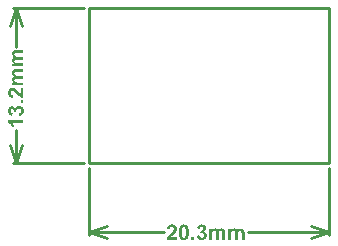
<source format=gm1>
G04 Layer_Color=16711935*
%FSLAX25Y25*%
%MOIN*%
G70*
G01*
G75*
%ADD12C,0.01000*%
G36*
X37760Y-20383D02*
X37810D01*
X37871Y-20394D01*
X37943Y-20400D01*
X38020Y-20416D01*
X38104Y-20433D01*
X38198Y-20461D01*
X38292Y-20489D01*
X38387Y-20527D01*
X38481Y-20572D01*
X38581Y-20627D01*
X38675Y-20688D01*
X38764Y-20761D01*
X38847Y-20844D01*
X38853Y-20849D01*
X38864Y-20860D01*
X38881Y-20883D01*
X38903Y-20910D01*
X38931Y-20944D01*
X38964Y-20988D01*
X38997Y-21038D01*
X39031Y-21093D01*
X39097Y-21216D01*
X39158Y-21360D01*
X39180Y-21438D01*
X39197Y-21521D01*
X39208Y-21604D01*
X39214Y-21693D01*
Y-21698D01*
Y-21721D01*
X39208Y-21759D01*
X39203Y-21804D01*
X39191Y-21859D01*
X39175Y-21926D01*
X39153Y-22004D01*
X39119Y-22081D01*
X39081Y-22165D01*
X39036Y-22253D01*
X38975Y-22342D01*
X38903Y-22431D01*
X38820Y-22520D01*
X38720Y-22609D01*
X38603Y-22692D01*
X38475Y-22770D01*
X38481D01*
X38498Y-22775D01*
X38520Y-22781D01*
X38548Y-22792D01*
X38587Y-22803D01*
X38631Y-22819D01*
X38725Y-22858D01*
X38842Y-22914D01*
X38958Y-22992D01*
X39069Y-23080D01*
X39125Y-23136D01*
X39175Y-23197D01*
X39180Y-23202D01*
X39186Y-23214D01*
X39197Y-23230D01*
X39219Y-23252D01*
X39236Y-23286D01*
X39258Y-23325D01*
X39286Y-23369D01*
X39308Y-23419D01*
X39358Y-23536D01*
X39402Y-23669D01*
X39430Y-23824D01*
X39436Y-23907D01*
X39441Y-23991D01*
Y-23996D01*
Y-24018D01*
X39436Y-24057D01*
Y-24102D01*
X39425Y-24163D01*
X39413Y-24229D01*
X39402Y-24301D01*
X39380Y-24385D01*
X39352Y-24473D01*
X39319Y-24568D01*
X39280Y-24662D01*
X39230Y-24757D01*
X39175Y-24856D01*
X39108Y-24951D01*
X39036Y-25045D01*
X38947Y-25139D01*
X38942Y-25145D01*
X38925Y-25162D01*
X38897Y-25184D01*
X38859Y-25212D01*
X38809Y-25250D01*
X38753Y-25289D01*
X38686Y-25334D01*
X38609Y-25372D01*
X38526Y-25417D01*
X38431Y-25461D01*
X38326Y-25500D01*
X38220Y-25539D01*
X38104Y-25567D01*
X37982Y-25589D01*
X37848Y-25606D01*
X37715Y-25611D01*
X37682D01*
X37649Y-25606D01*
X37599D01*
X37543Y-25600D01*
X37471Y-25589D01*
X37393Y-25578D01*
X37310Y-25561D01*
X37221Y-25539D01*
X37127Y-25511D01*
X37032Y-25484D01*
X36938Y-25445D01*
X36838Y-25395D01*
X36744Y-25345D01*
X36650Y-25284D01*
X36561Y-25212D01*
X36555Y-25206D01*
X36539Y-25195D01*
X36516Y-25173D01*
X36489Y-25139D01*
X36455Y-25101D01*
X36411Y-25051D01*
X36372Y-24995D01*
X36322Y-24928D01*
X36278Y-24856D01*
X36233Y-24779D01*
X36189Y-24695D01*
X36145Y-24601D01*
X36111Y-24501D01*
X36078Y-24396D01*
X36050Y-24279D01*
X36033Y-24163D01*
X36983Y-24046D01*
Y-24052D01*
Y-24063D01*
X36988Y-24079D01*
X36994Y-24107D01*
X37005Y-24174D01*
X37032Y-24251D01*
X37060Y-24346D01*
X37105Y-24435D01*
X37160Y-24529D01*
X37227Y-24607D01*
X37238Y-24612D01*
X37260Y-24634D01*
X37304Y-24668D01*
X37360Y-24701D01*
X37432Y-24734D01*
X37515Y-24768D01*
X37610Y-24790D01*
X37710Y-24795D01*
X37737D01*
X37760Y-24790D01*
X37815Y-24784D01*
X37887Y-24768D01*
X37971Y-24740D01*
X38054Y-24701D01*
X38142Y-24645D01*
X38226Y-24568D01*
X38237Y-24557D01*
X38259Y-24523D01*
X38292Y-24473D01*
X38331Y-24401D01*
X38370Y-24313D01*
X38403Y-24207D01*
X38426Y-24085D01*
X38437Y-23946D01*
Y-23941D01*
Y-23930D01*
Y-23913D01*
X38431Y-23885D01*
Y-23852D01*
X38426Y-23819D01*
X38414Y-23735D01*
X38387Y-23641D01*
X38353Y-23541D01*
X38304Y-23447D01*
X38237Y-23358D01*
X38226Y-23347D01*
X38204Y-23325D01*
X38159Y-23286D01*
X38104Y-23247D01*
X38032Y-23208D01*
X37948Y-23169D01*
X37854Y-23147D01*
X37749Y-23136D01*
X37715D01*
X37676Y-23141D01*
X37621Y-23147D01*
X37554Y-23153D01*
X37482Y-23169D01*
X37393Y-23186D01*
X37299Y-23214D01*
X37404Y-22414D01*
X37471D01*
X37504Y-22409D01*
X37543D01*
X37632Y-22398D01*
X37732Y-22381D01*
X37832Y-22348D01*
X37926Y-22303D01*
X38015Y-22248D01*
X38026Y-22237D01*
X38048Y-22215D01*
X38081Y-22176D01*
X38126Y-22120D01*
X38165Y-22048D01*
X38198Y-21965D01*
X38220Y-21870D01*
X38231Y-21759D01*
Y-21754D01*
Y-21748D01*
Y-21715D01*
X38226Y-21671D01*
X38215Y-21610D01*
X38192Y-21549D01*
X38165Y-21476D01*
X38126Y-21410D01*
X38076Y-21349D01*
X38070Y-21343D01*
X38048Y-21327D01*
X38015Y-21299D01*
X37965Y-21271D01*
X37904Y-21243D01*
X37837Y-21216D01*
X37754Y-21199D01*
X37660Y-21193D01*
X37615D01*
X37571Y-21204D01*
X37510Y-21216D01*
X37443Y-21238D01*
X37371Y-21265D01*
X37299Y-21310D01*
X37227Y-21371D01*
X37221Y-21376D01*
X37199Y-21404D01*
X37171Y-21443D01*
X37132Y-21499D01*
X37094Y-21571D01*
X37060Y-21654D01*
X37032Y-21759D01*
X37010Y-21876D01*
X36106Y-21726D01*
Y-21721D01*
X36111Y-21704D01*
X36117Y-21682D01*
X36122Y-21648D01*
X36133Y-21610D01*
X36145Y-21565D01*
X36178Y-21460D01*
X36217Y-21338D01*
X36267Y-21216D01*
X36322Y-21093D01*
X36389Y-20982D01*
Y-20977D01*
X36400Y-20971D01*
X36422Y-20938D01*
X36466Y-20883D01*
X36527Y-20821D01*
X36600Y-20749D01*
X36688Y-20677D01*
X36794Y-20605D01*
X36916Y-20538D01*
X36922D01*
X36933Y-20533D01*
X36949Y-20522D01*
X36977Y-20511D01*
X37010Y-20500D01*
X37049Y-20489D01*
X37094Y-20472D01*
X37143Y-20455D01*
X37255Y-20427D01*
X37388Y-20400D01*
X37532Y-20383D01*
X37687Y-20378D01*
X37721D01*
X37760Y-20383D01*
D02*
G37*
G36*
X44531Y-21726D02*
X44569Y-21732D01*
X44664Y-21743D01*
X44769Y-21759D01*
X44886Y-21793D01*
X45002Y-21832D01*
X45113Y-21887D01*
X45119D01*
X45124Y-21893D01*
X45158Y-21920D01*
X45208Y-21959D01*
X45274Y-22009D01*
X45341Y-22081D01*
X45413Y-22165D01*
X45480Y-22264D01*
X45535Y-22376D01*
X45541Y-22387D01*
X45546Y-22403D01*
X45552Y-22420D01*
X45557Y-22448D01*
X45568Y-22481D01*
X45579Y-22514D01*
X45591Y-22559D01*
X45596Y-22614D01*
X45607Y-22670D01*
X45618Y-22731D01*
X45624Y-22803D01*
X45630Y-22875D01*
X45635Y-22958D01*
X45641Y-23053D01*
Y-23147D01*
Y-25517D01*
X44658D01*
Y-23397D01*
Y-23391D01*
Y-23374D01*
Y-23347D01*
Y-23308D01*
X44653Y-23264D01*
Y-23214D01*
X44647Y-23097D01*
X44631Y-22980D01*
X44614Y-22858D01*
X44603Y-22808D01*
X44586Y-22759D01*
X44569Y-22714D01*
X44553Y-22681D01*
X44547Y-22670D01*
X44525Y-22648D01*
X44497Y-22614D01*
X44453Y-22575D01*
X44392Y-22536D01*
X44320Y-22503D01*
X44236Y-22481D01*
X44137Y-22470D01*
X44103D01*
X44064Y-22475D01*
X44009Y-22487D01*
X43953Y-22503D01*
X43887Y-22525D01*
X43820Y-22553D01*
X43748Y-22598D01*
X43742Y-22603D01*
X43720Y-22620D01*
X43687Y-22653D01*
X43648Y-22692D01*
X43604Y-22742D01*
X43559Y-22808D01*
X43521Y-22881D01*
X43487Y-22969D01*
X43482Y-22980D01*
Y-22997D01*
X43476Y-23014D01*
X43470Y-23042D01*
X43465Y-23075D01*
X43454Y-23108D01*
X43448Y-23153D01*
X43443Y-23202D01*
X43432Y-23264D01*
X43426Y-23325D01*
X43421Y-23391D01*
X43415Y-23469D01*
Y-23552D01*
X43409Y-23641D01*
Y-23735D01*
Y-25517D01*
X42427D01*
Y-23485D01*
Y-23480D01*
Y-23463D01*
Y-23436D01*
Y-23397D01*
Y-23352D01*
Y-23302D01*
X42422Y-23191D01*
X42416Y-23075D01*
X42405Y-22958D01*
X42399Y-22908D01*
X42388Y-22858D01*
X42383Y-22819D01*
X42372Y-22786D01*
Y-22781D01*
X42360Y-22759D01*
X42349Y-22731D01*
X42333Y-22697D01*
X42283Y-22620D01*
X42250Y-22581D01*
X42211Y-22548D01*
X42205Y-22542D01*
X42189Y-22536D01*
X42166Y-22525D01*
X42133Y-22509D01*
X42089Y-22492D01*
X42039Y-22481D01*
X41978Y-22475D01*
X41911Y-22470D01*
X41872D01*
X41828Y-22475D01*
X41772Y-22487D01*
X41711Y-22503D01*
X41645Y-22525D01*
X41572Y-22553D01*
X41500Y-22598D01*
X41495Y-22603D01*
X41473Y-22620D01*
X41439Y-22648D01*
X41400Y-22686D01*
X41361Y-22736D01*
X41317Y-22797D01*
X41278Y-22870D01*
X41245Y-22953D01*
X41239Y-22964D01*
Y-22975D01*
X41234Y-22997D01*
X41228Y-23019D01*
X41223Y-23053D01*
X41212Y-23091D01*
X41206Y-23130D01*
X41201Y-23180D01*
X41190Y-23236D01*
X41184Y-23302D01*
X41178Y-23369D01*
X41173Y-23447D01*
Y-23530D01*
X41167Y-23619D01*
Y-23713D01*
Y-25517D01*
X40185D01*
Y-21804D01*
X41090D01*
Y-22314D01*
X41095Y-22309D01*
X41112Y-22287D01*
X41140Y-22259D01*
X41178Y-22220D01*
X41223Y-22176D01*
X41278Y-22126D01*
X41345Y-22070D01*
X41417Y-22015D01*
X41495Y-21959D01*
X41583Y-21909D01*
X41678Y-21859D01*
X41778Y-21815D01*
X41889Y-21776D01*
X42000Y-21748D01*
X42122Y-21726D01*
X42244Y-21721D01*
X42305D01*
X42333Y-21726D01*
X42372D01*
X42455Y-21737D01*
X42549Y-21759D01*
X42655Y-21782D01*
X42760Y-21821D01*
X42860Y-21870D01*
X42866D01*
X42871Y-21876D01*
X42904Y-21898D01*
X42954Y-21932D01*
X43015Y-21982D01*
X43082Y-22042D01*
X43154Y-22120D01*
X43226Y-22209D01*
X43293Y-22314D01*
X43299Y-22309D01*
X43304Y-22303D01*
X43315Y-22287D01*
X43337Y-22264D01*
X43387Y-22215D01*
X43448Y-22148D01*
X43532Y-22076D01*
X43620Y-21998D01*
X43715Y-21932D01*
X43820Y-21870D01*
X43826D01*
X43831Y-21865D01*
X43848Y-21854D01*
X43870Y-21848D01*
X43926Y-21821D01*
X44003Y-21793D01*
X44092Y-21771D01*
X44198Y-21743D01*
X44309Y-21726D01*
X44425Y-21721D01*
X44492D01*
X44531Y-21726D01*
D02*
G37*
G36*
X50891D02*
X50930Y-21732D01*
X51024Y-21743D01*
X51130Y-21759D01*
X51246Y-21793D01*
X51363Y-21832D01*
X51474Y-21887D01*
X51479D01*
X51485Y-21893D01*
X51518Y-21920D01*
X51568Y-21959D01*
X51635Y-22009D01*
X51701Y-22081D01*
X51773Y-22165D01*
X51840Y-22264D01*
X51895Y-22376D01*
X51901Y-22387D01*
X51907Y-22403D01*
X51912Y-22420D01*
X51918Y-22448D01*
X51929Y-22481D01*
X51940Y-22514D01*
X51951Y-22559D01*
X51956Y-22614D01*
X51968Y-22670D01*
X51979Y-22731D01*
X51984Y-22803D01*
X51990Y-22875D01*
X51995Y-22958D01*
X52001Y-23053D01*
Y-23147D01*
Y-25517D01*
X51019D01*
Y-23397D01*
Y-23391D01*
Y-23374D01*
Y-23347D01*
Y-23308D01*
X51013Y-23264D01*
Y-23214D01*
X51007Y-23097D01*
X50991Y-22980D01*
X50974Y-22858D01*
X50963Y-22808D01*
X50946Y-22759D01*
X50930Y-22714D01*
X50913Y-22681D01*
X50907Y-22670D01*
X50885Y-22648D01*
X50858Y-22614D01*
X50813Y-22575D01*
X50752Y-22536D01*
X50680Y-22503D01*
X50597Y-22481D01*
X50497Y-22470D01*
X50463D01*
X50425Y-22475D01*
X50369Y-22487D01*
X50314Y-22503D01*
X50247Y-22525D01*
X50181Y-22553D01*
X50108Y-22598D01*
X50103Y-22603D01*
X50081Y-22620D01*
X50047Y-22653D01*
X50008Y-22692D01*
X49964Y-22742D01*
X49920Y-22808D01*
X49881Y-22881D01*
X49847Y-22969D01*
X49842Y-22980D01*
Y-22997D01*
X49836Y-23014D01*
X49831Y-23042D01*
X49825Y-23075D01*
X49814Y-23108D01*
X49809Y-23153D01*
X49803Y-23202D01*
X49792Y-23264D01*
X49786Y-23325D01*
X49781Y-23391D01*
X49775Y-23469D01*
Y-23552D01*
X49770Y-23641D01*
Y-23735D01*
Y-25517D01*
X48787D01*
Y-23485D01*
Y-23480D01*
Y-23463D01*
Y-23436D01*
Y-23397D01*
Y-23352D01*
Y-23302D01*
X48782Y-23191D01*
X48776Y-23075D01*
X48765Y-22958D01*
X48760Y-22908D01*
X48749Y-22858D01*
X48743Y-22819D01*
X48732Y-22786D01*
Y-22781D01*
X48721Y-22759D01*
X48710Y-22731D01*
X48693Y-22697D01*
X48643Y-22620D01*
X48610Y-22581D01*
X48571Y-22548D01*
X48565Y-22542D01*
X48549Y-22536D01*
X48527Y-22525D01*
X48493Y-22509D01*
X48449Y-22492D01*
X48399Y-22481D01*
X48338Y-22475D01*
X48271Y-22470D01*
X48232D01*
X48188Y-22475D01*
X48133Y-22487D01*
X48072Y-22503D01*
X48005Y-22525D01*
X47933Y-22553D01*
X47861Y-22598D01*
X47855Y-22603D01*
X47833Y-22620D01*
X47800Y-22648D01*
X47761Y-22686D01*
X47722Y-22736D01*
X47677Y-22797D01*
X47639Y-22870D01*
X47605Y-22953D01*
X47600Y-22964D01*
Y-22975D01*
X47594Y-22997D01*
X47589Y-23019D01*
X47583Y-23053D01*
X47572Y-23091D01*
X47566Y-23130D01*
X47561Y-23180D01*
X47550Y-23236D01*
X47544Y-23302D01*
X47539Y-23369D01*
X47533Y-23447D01*
Y-23530D01*
X47528Y-23619D01*
Y-23713D01*
Y-25517D01*
X46545D01*
Y-21804D01*
X47450D01*
Y-22314D01*
X47455Y-22309D01*
X47472Y-22287D01*
X47500Y-22259D01*
X47539Y-22220D01*
X47583Y-22176D01*
X47639Y-22126D01*
X47705Y-22070D01*
X47777Y-22015D01*
X47855Y-21959D01*
X47944Y-21909D01*
X48038Y-21859D01*
X48138Y-21815D01*
X48249Y-21776D01*
X48360Y-21748D01*
X48482Y-21726D01*
X48604Y-21721D01*
X48665D01*
X48693Y-21726D01*
X48732D01*
X48815Y-21737D01*
X48910Y-21759D01*
X49015Y-21782D01*
X49120Y-21821D01*
X49220Y-21870D01*
X49226D01*
X49231Y-21876D01*
X49265Y-21898D01*
X49315Y-21932D01*
X49376Y-21982D01*
X49442Y-22042D01*
X49514Y-22120D01*
X49587Y-22209D01*
X49653Y-22314D01*
X49659Y-22309D01*
X49664Y-22303D01*
X49675Y-22287D01*
X49698Y-22264D01*
X49748Y-22215D01*
X49809Y-22148D01*
X49892Y-22076D01*
X49981Y-21998D01*
X50075Y-21932D01*
X50181Y-21870D01*
X50186D01*
X50192Y-21865D01*
X50208Y-21854D01*
X50230Y-21848D01*
X50286Y-21821D01*
X50364Y-21793D01*
X50452Y-21771D01*
X50558Y-21743D01*
X50669Y-21726D01*
X50785Y-21721D01*
X50852D01*
X50891Y-21726D01*
D02*
G37*
G36*
X31832Y-20383D02*
X31882D01*
X31943Y-20394D01*
X32015Y-20405D01*
X32099Y-20422D01*
X32187Y-20444D01*
X32276Y-20472D01*
X32370Y-20505D01*
X32470Y-20550D01*
X32565Y-20599D01*
X32659Y-20661D01*
X32754Y-20733D01*
X32842Y-20816D01*
X32926Y-20910D01*
X32931Y-20916D01*
X32948Y-20938D01*
X32970Y-20977D01*
X33003Y-21032D01*
X33042Y-21099D01*
X33086Y-21188D01*
X33131Y-21288D01*
X33175Y-21410D01*
X33220Y-21543D01*
X33270Y-21698D01*
X33309Y-21870D01*
X33347Y-22059D01*
X33381Y-22264D01*
X33403Y-22492D01*
X33419Y-22736D01*
X33425Y-22997D01*
Y-23003D01*
Y-23014D01*
Y-23036D01*
Y-23058D01*
Y-23097D01*
X33419Y-23136D01*
Y-23180D01*
Y-23236D01*
X33408Y-23352D01*
X33397Y-23491D01*
X33381Y-23641D01*
X33364Y-23802D01*
X33336Y-23974D01*
X33303Y-24146D01*
X33259Y-24324D01*
X33214Y-24496D01*
X33153Y-24657D01*
X33086Y-24817D01*
X33009Y-24962D01*
X32920Y-25089D01*
X32914Y-25095D01*
X32903Y-25112D01*
X32876Y-25139D01*
X32842Y-25173D01*
X32803Y-25212D01*
X32748Y-25256D01*
X32687Y-25300D01*
X32620Y-25350D01*
X32543Y-25400D01*
X32454Y-25445D01*
X32359Y-25489D01*
X32254Y-25528D01*
X32143Y-25561D01*
X32021Y-25589D01*
X31893Y-25606D01*
X31760Y-25611D01*
X31727D01*
X31688Y-25606D01*
X31638Y-25600D01*
X31571Y-25594D01*
X31499Y-25583D01*
X31416Y-25561D01*
X31327Y-25539D01*
X31233Y-25511D01*
X31138Y-25472D01*
X31038Y-25422D01*
X30939Y-25372D01*
X30839Y-25306D01*
X30739Y-25228D01*
X30645Y-25139D01*
X30556Y-25039D01*
X30550Y-25034D01*
X30539Y-25012D01*
X30511Y-24979D01*
X30483Y-24928D01*
X30450Y-24862D01*
X30411Y-24779D01*
X30373Y-24679D01*
X30328Y-24568D01*
X30284Y-24435D01*
X30245Y-24285D01*
X30206Y-24118D01*
X30173Y-23930D01*
X30145Y-23724D01*
X30123Y-23497D01*
X30106Y-23252D01*
X30101Y-22986D01*
Y-22980D01*
Y-22969D01*
Y-22947D01*
Y-22925D01*
Y-22886D01*
X30106Y-22847D01*
Y-22803D01*
Y-22753D01*
X30117Y-22631D01*
X30128Y-22498D01*
X30145Y-22348D01*
X30162Y-22187D01*
X30189Y-22015D01*
X30223Y-21843D01*
X30261Y-21671D01*
X30312Y-21499D01*
X30367Y-21332D01*
X30434Y-21177D01*
X30511Y-21032D01*
X30600Y-20905D01*
X30606Y-20899D01*
X30622Y-20883D01*
X30645Y-20855D01*
X30678Y-20821D01*
X30722Y-20783D01*
X30772Y-20738D01*
X30833Y-20688D01*
X30900Y-20638D01*
X30977Y-20594D01*
X31066Y-20544D01*
X31161Y-20500D01*
X31266Y-20461D01*
X31377Y-20427D01*
X31499Y-20400D01*
X31627Y-20383D01*
X31760Y-20378D01*
X31793D01*
X31832Y-20383D01*
D02*
G37*
G36*
X27942D02*
X28003Y-20389D01*
X28075Y-20400D01*
X28158Y-20411D01*
X28247Y-20427D01*
X28341Y-20450D01*
X28436Y-20477D01*
X28536Y-20511D01*
X28635Y-20550D01*
X28730Y-20599D01*
X28824Y-20655D01*
X28918Y-20716D01*
X29002Y-20788D01*
X29007Y-20794D01*
X29018Y-20805D01*
X29041Y-20833D01*
X29068Y-20860D01*
X29102Y-20899D01*
X29140Y-20949D01*
X29179Y-21005D01*
X29224Y-21071D01*
X29263Y-21138D01*
X29301Y-21216D01*
X29340Y-21299D01*
X29373Y-21388D01*
X29401Y-21487D01*
X29423Y-21587D01*
X29435Y-21693D01*
X29440Y-21804D01*
Y-21809D01*
Y-21821D01*
Y-21837D01*
Y-21865D01*
X29435Y-21893D01*
Y-21932D01*
X29423Y-22015D01*
X29407Y-22120D01*
X29385Y-22231D01*
X29357Y-22348D01*
X29313Y-22464D01*
Y-22470D01*
X29307Y-22475D01*
X29301Y-22498D01*
X29290Y-22520D01*
X29274Y-22548D01*
X29257Y-22581D01*
X29218Y-22664D01*
X29163Y-22759D01*
X29096Y-22870D01*
X29013Y-22992D01*
X28918Y-23119D01*
X28907Y-23130D01*
X28885Y-23164D01*
X28835Y-23214D01*
X28774Y-23286D01*
X28730Y-23330D01*
X28685Y-23380D01*
X28630Y-23430D01*
X28574Y-23491D01*
X28508Y-23552D01*
X28436Y-23624D01*
X28358Y-23696D01*
X28275Y-23774D01*
X28269Y-23780D01*
X28252Y-23791D01*
X28230Y-23813D01*
X28203Y-23841D01*
X28164Y-23874D01*
X28119Y-23913D01*
X28025Y-24002D01*
X27925Y-24096D01*
X27831Y-24190D01*
X27786Y-24235D01*
X27747Y-24274D01*
X27714Y-24313D01*
X27686Y-24340D01*
X27681Y-24346D01*
X27664Y-24362D01*
X27642Y-24390D01*
X27614Y-24423D01*
X27586Y-24468D01*
X27553Y-24512D01*
X27487Y-24607D01*
X29440D01*
Y-25517D01*
X25999D01*
Y-25511D01*
X26005Y-25495D01*
Y-25467D01*
X26010Y-25428D01*
X26021Y-25384D01*
X26032Y-25328D01*
X26043Y-25267D01*
X26060Y-25201D01*
X26105Y-25051D01*
X26166Y-24884D01*
X26238Y-24712D01*
X26332Y-24540D01*
X26338Y-24534D01*
X26343Y-24518D01*
X26365Y-24490D01*
X26388Y-24457D01*
X26421Y-24412D01*
X26465Y-24351D01*
X26515Y-24290D01*
X26576Y-24213D01*
X26643Y-24129D01*
X26726Y-24040D01*
X26815Y-23935D01*
X26915Y-23830D01*
X27026Y-23713D01*
X27154Y-23585D01*
X27287Y-23452D01*
X27437Y-23313D01*
X27442Y-23308D01*
X27464Y-23286D01*
X27498Y-23252D01*
X27542Y-23214D01*
X27597Y-23164D01*
X27653Y-23108D01*
X27720Y-23042D01*
X27786Y-22975D01*
X27931Y-22836D01*
X28064Y-22697D01*
X28119Y-22636D01*
X28175Y-22575D01*
X28219Y-22520D01*
X28252Y-22475D01*
Y-22470D01*
X28264Y-22464D01*
X28269Y-22448D01*
X28286Y-22425D01*
X28319Y-22364D01*
X28358Y-22287D01*
X28391Y-22198D01*
X28425Y-22098D01*
X28447Y-21987D01*
X28458Y-21876D01*
Y-21870D01*
Y-21859D01*
Y-21843D01*
Y-21821D01*
X28447Y-21765D01*
X28436Y-21687D01*
X28413Y-21610D01*
X28386Y-21526D01*
X28341Y-21443D01*
X28280Y-21371D01*
X28275Y-21365D01*
X28247Y-21343D01*
X28208Y-21316D01*
X28152Y-21282D01*
X28080Y-21249D01*
X27997Y-21221D01*
X27903Y-21199D01*
X27792Y-21193D01*
X27742D01*
X27686Y-21204D01*
X27614Y-21216D01*
X27536Y-21238D01*
X27453Y-21271D01*
X27370Y-21321D01*
X27298Y-21382D01*
X27292Y-21393D01*
X27270Y-21415D01*
X27242Y-21460D01*
X27204Y-21526D01*
X27170Y-21610D01*
X27137Y-21715D01*
X27109Y-21843D01*
X27098Y-21915D01*
X27092Y-21993D01*
X26116Y-21898D01*
Y-21887D01*
X26121Y-21865D01*
X26127Y-21821D01*
X26138Y-21765D01*
X26149Y-21698D01*
X26166Y-21621D01*
X26188Y-21538D01*
X26216Y-21449D01*
X26249Y-21354D01*
X26288Y-21260D01*
X26332Y-21160D01*
X26382Y-21066D01*
X26438Y-20971D01*
X26504Y-20883D01*
X26576Y-20805D01*
X26660Y-20733D01*
X26665Y-20727D01*
X26682Y-20716D01*
X26709Y-20699D01*
X26743Y-20677D01*
X26787Y-20650D01*
X26843Y-20622D01*
X26904Y-20588D01*
X26976Y-20555D01*
X27059Y-20522D01*
X27142Y-20489D01*
X27237Y-20461D01*
X27342Y-20433D01*
X27448Y-20411D01*
X27564Y-20394D01*
X27686Y-20383D01*
X27814Y-20378D01*
X27886D01*
X27942Y-20383D01*
D02*
G37*
G36*
X35273Y-25517D02*
X34291D01*
Y-24534D01*
X35273D01*
Y-25517D01*
D02*
G37*
G36*
X-21683Y36774D02*
X-23892D01*
X-23936Y36769D01*
X-23986D01*
X-24103Y36763D01*
X-24219Y36746D01*
X-24342Y36730D01*
X-24392Y36719D01*
X-24442Y36702D01*
X-24486Y36685D01*
X-24519Y36669D01*
X-24530Y36663D01*
X-24553Y36641D01*
X-24586Y36613D01*
X-24625Y36569D01*
X-24664Y36508D01*
X-24697Y36436D01*
X-24719Y36353D01*
X-24730Y36253D01*
Y36241D01*
Y36219D01*
X-24725Y36180D01*
X-24713Y36125D01*
X-24697Y36069D01*
X-24675Y36003D01*
X-24647Y35936D01*
X-24602Y35864D01*
X-24597Y35859D01*
X-24580Y35836D01*
X-24547Y35803D01*
X-24508Y35764D01*
X-24458Y35720D01*
X-24392Y35675D01*
X-24319Y35636D01*
X-24231Y35603D01*
X-24219Y35598D01*
X-24203D01*
X-24186Y35592D01*
X-24159Y35587D01*
X-24125Y35581D01*
X-24092Y35570D01*
X-24047Y35564D01*
X-23998Y35559D01*
X-23936Y35548D01*
X-23875Y35542D01*
X-23809Y35537D01*
X-23731Y35531D01*
X-23648D01*
X-23559Y35526D01*
X-21683D01*
Y34543D01*
X-23898D01*
X-24009Y34538D01*
X-24125Y34532D01*
X-24242Y34521D01*
X-24292Y34515D01*
X-24342Y34504D01*
X-24381Y34499D01*
X-24414Y34488D01*
X-24419D01*
X-24442Y34477D01*
X-24469Y34466D01*
X-24503Y34449D01*
X-24580Y34399D01*
X-24619Y34366D01*
X-24652Y34327D01*
X-24658Y34321D01*
X-24664Y34304D01*
X-24675Y34282D01*
X-24691Y34249D01*
X-24708Y34205D01*
X-24719Y34155D01*
X-24725Y34094D01*
X-24730Y34027D01*
Y34016D01*
Y33988D01*
X-24725Y33944D01*
X-24713Y33888D01*
X-24697Y33827D01*
X-24675Y33761D01*
X-24647Y33689D01*
X-24602Y33616D01*
X-24597Y33611D01*
X-24580Y33589D01*
X-24553Y33555D01*
X-24514Y33516D01*
X-24464Y33478D01*
X-24403Y33433D01*
X-24330Y33394D01*
X-24247Y33361D01*
X-24236Y33356D01*
X-24225D01*
X-24203Y33350D01*
X-24181Y33344D01*
X-24147Y33339D01*
X-24108Y33328D01*
X-24070Y33322D01*
X-24020Y33317D01*
X-23964Y33305D01*
X-23898Y33300D01*
X-23831Y33294D01*
X-23753Y33289D01*
X-23670D01*
X-23581Y33283D01*
X-21683D01*
Y32301D01*
X-25396D01*
Y33206D01*
X-24885D01*
X-24891Y33211D01*
X-24913Y33228D01*
X-24941Y33256D01*
X-24980Y33294D01*
X-25024Y33339D01*
X-25074Y33394D01*
X-25130Y33461D01*
X-25185Y33533D01*
X-25241Y33611D01*
X-25291Y33700D01*
X-25341Y33794D01*
X-25385Y33894D01*
X-25424Y34005D01*
X-25452Y34116D01*
X-25474Y34238D01*
X-25479Y34360D01*
Y34366D01*
Y34377D01*
Y34393D01*
Y34421D01*
X-25474Y34449D01*
Y34488D01*
X-25463Y34571D01*
X-25440Y34665D01*
X-25418Y34771D01*
X-25379Y34876D01*
X-25330Y34976D01*
Y34982D01*
X-25324Y34987D01*
X-25302Y35021D01*
X-25269Y35070D01*
X-25218Y35131D01*
X-25157Y35198D01*
X-25080Y35270D01*
X-24991Y35342D01*
X-24885Y35409D01*
X-24891Y35414D01*
X-24897Y35420D01*
X-24913Y35431D01*
X-24936Y35453D01*
X-24985Y35503D01*
X-25052Y35564D01*
X-25124Y35648D01*
X-25202Y35736D01*
X-25269Y35831D01*
X-25330Y35936D01*
Y35942D01*
X-25335Y35947D01*
X-25346Y35964D01*
X-25352Y35986D01*
X-25379Y36042D01*
X-25407Y36119D01*
X-25429Y36208D01*
X-25457Y36314D01*
X-25474Y36425D01*
X-25479Y36541D01*
Y36547D01*
Y36558D01*
Y36580D01*
Y36608D01*
X-25474Y36647D01*
X-25468Y36685D01*
X-25457Y36780D01*
X-25440Y36885D01*
X-25407Y37002D01*
X-25368Y37118D01*
X-25313Y37229D01*
Y37235D01*
X-25307Y37240D01*
X-25280Y37274D01*
X-25241Y37324D01*
X-25191Y37390D01*
X-25119Y37457D01*
X-25035Y37529D01*
X-24936Y37596D01*
X-24825Y37651D01*
X-24813Y37657D01*
X-24797Y37662D01*
X-24780Y37668D01*
X-24752Y37673D01*
X-24719Y37685D01*
X-24686Y37696D01*
X-24641Y37707D01*
X-24586Y37712D01*
X-24530Y37723D01*
X-24469Y37734D01*
X-24397Y37740D01*
X-24325Y37745D01*
X-24242Y37751D01*
X-24147Y37757D01*
X-21683D01*
Y36774D01*
D02*
G37*
G36*
Y21700D02*
X-21689D01*
X-21705Y21706D01*
X-21733D01*
X-21772Y21712D01*
X-21816Y21723D01*
X-21872Y21734D01*
X-21933Y21745D01*
X-22000Y21761D01*
X-22149Y21806D01*
X-22316Y21867D01*
X-22488Y21939D01*
X-22660Y22034D01*
X-22666Y22039D01*
X-22682Y22045D01*
X-22710Y22067D01*
X-22743Y22089D01*
X-22788Y22122D01*
X-22849Y22167D01*
X-22910Y22217D01*
X-22987Y22278D01*
X-23071Y22344D01*
X-23159Y22427D01*
X-23265Y22516D01*
X-23370Y22616D01*
X-23487Y22727D01*
X-23615Y22855D01*
X-23748Y22988D01*
X-23887Y23138D01*
X-23892Y23144D01*
X-23914Y23166D01*
X-23948Y23199D01*
X-23986Y23243D01*
X-24036Y23299D01*
X-24092Y23354D01*
X-24159Y23421D01*
X-24225Y23488D01*
X-24364Y23632D01*
X-24503Y23765D01*
X-24564Y23821D01*
X-24625Y23876D01*
X-24680Y23921D01*
X-24725Y23954D01*
X-24730D01*
X-24736Y23965D01*
X-24752Y23970D01*
X-24775Y23987D01*
X-24836Y24020D01*
X-24913Y24059D01*
X-25002Y24092D01*
X-25102Y24126D01*
X-25213Y24148D01*
X-25324Y24159D01*
X-25379D01*
X-25435Y24148D01*
X-25513Y24137D01*
X-25590Y24115D01*
X-25674Y24087D01*
X-25757Y24043D01*
X-25829Y23981D01*
X-25835Y23976D01*
X-25857Y23948D01*
X-25885Y23909D01*
X-25918Y23854D01*
X-25951Y23782D01*
X-25979Y23698D01*
X-26001Y23604D01*
X-26007Y23493D01*
Y23488D01*
Y23482D01*
Y23465D01*
Y23443D01*
X-25995Y23388D01*
X-25984Y23315D01*
X-25962Y23238D01*
X-25929Y23155D01*
X-25879Y23071D01*
X-25818Y22999D01*
X-25807Y22994D01*
X-25785Y22971D01*
X-25740Y22944D01*
X-25674Y22905D01*
X-25590Y22872D01*
X-25485Y22838D01*
X-25357Y22810D01*
X-25285Y22799D01*
X-25207Y22794D01*
X-25302Y21817D01*
X-25313D01*
X-25335Y21823D01*
X-25379Y21828D01*
X-25435Y21839D01*
X-25502Y21850D01*
X-25579Y21867D01*
X-25662Y21889D01*
X-25751Y21917D01*
X-25846Y21950D01*
X-25940Y21989D01*
X-26040Y22034D01*
X-26134Y22083D01*
X-26229Y22139D01*
X-26317Y22206D01*
X-26395Y22278D01*
X-26467Y22361D01*
X-26473Y22366D01*
X-26484Y22383D01*
X-26501Y22411D01*
X-26523Y22444D01*
X-26550Y22489D01*
X-26578Y22544D01*
X-26612Y22605D01*
X-26645Y22677D01*
X-26678Y22761D01*
X-26711Y22844D01*
X-26739Y22938D01*
X-26767Y23044D01*
X-26789Y23149D01*
X-26806Y23266D01*
X-26817Y23388D01*
X-26823Y23515D01*
Y23526D01*
Y23549D01*
Y23587D01*
X-26817Y23643D01*
X-26811Y23704D01*
X-26800Y23776D01*
X-26789Y23859D01*
X-26772Y23948D01*
X-26750Y24043D01*
X-26723Y24137D01*
X-26689Y24237D01*
X-26650Y24337D01*
X-26601Y24431D01*
X-26545Y24525D01*
X-26484Y24620D01*
X-26412Y24703D01*
X-26406Y24709D01*
X-26395Y24720D01*
X-26367Y24742D01*
X-26340Y24770D01*
X-26301Y24803D01*
X-26251Y24842D01*
X-26195Y24881D01*
X-26129Y24925D01*
X-26062Y24964D01*
X-25984Y25003D01*
X-25901Y25042D01*
X-25812Y25075D01*
X-25712Y25103D01*
X-25613Y25125D01*
X-25507Y25136D01*
X-25396Y25142D01*
X-25335D01*
X-25307Y25136D01*
X-25269D01*
X-25185Y25125D01*
X-25080Y25108D01*
X-24969Y25086D01*
X-24852Y25058D01*
X-24736Y25014D01*
X-24730D01*
X-24725Y25008D01*
X-24702Y25003D01*
X-24680Y24992D01*
X-24652Y24975D01*
X-24619Y24958D01*
X-24536Y24919D01*
X-24442Y24864D01*
X-24330Y24797D01*
X-24208Y24714D01*
X-24081Y24620D01*
X-24070Y24609D01*
X-24036Y24587D01*
X-23986Y24536D01*
X-23914Y24475D01*
X-23870Y24431D01*
X-23820Y24387D01*
X-23770Y24331D01*
X-23709Y24276D01*
X-23648Y24209D01*
X-23576Y24137D01*
X-23504Y24059D01*
X-23426Y23976D01*
X-23420Y23970D01*
X-23409Y23954D01*
X-23387Y23932D01*
X-23359Y23904D01*
X-23326Y23865D01*
X-23287Y23821D01*
X-23198Y23726D01*
X-23104Y23626D01*
X-23010Y23532D01*
X-22965Y23488D01*
X-22926Y23449D01*
X-22887Y23415D01*
X-22860Y23388D01*
X-22854Y23382D01*
X-22838Y23366D01*
X-22810Y23343D01*
X-22776Y23315D01*
X-22732Y23288D01*
X-22688Y23255D01*
X-22593Y23188D01*
Y25142D01*
X-21683D01*
Y21700D01*
D02*
G37*
G36*
Y30414D02*
X-23892D01*
X-23936Y30408D01*
X-23986D01*
X-24103Y30403D01*
X-24219Y30386D01*
X-24342Y30370D01*
X-24392Y30358D01*
X-24442Y30342D01*
X-24486Y30325D01*
X-24519Y30308D01*
X-24530Y30303D01*
X-24553Y30281D01*
X-24586Y30253D01*
X-24625Y30209D01*
X-24664Y30148D01*
X-24697Y30075D01*
X-24719Y29992D01*
X-24730Y29892D01*
Y29881D01*
Y29859D01*
X-24725Y29820D01*
X-24713Y29765D01*
X-24697Y29709D01*
X-24675Y29643D01*
X-24647Y29576D01*
X-24602Y29504D01*
X-24597Y29498D01*
X-24580Y29476D01*
X-24547Y29443D01*
X-24508Y29404D01*
X-24458Y29359D01*
X-24392Y29315D01*
X-24319Y29276D01*
X-24231Y29243D01*
X-24219Y29237D01*
X-24203D01*
X-24186Y29232D01*
X-24159Y29226D01*
X-24125Y29221D01*
X-24092Y29210D01*
X-24047Y29204D01*
X-23998Y29199D01*
X-23936Y29187D01*
X-23875Y29182D01*
X-23809Y29176D01*
X-23731Y29171D01*
X-23648D01*
X-23559Y29165D01*
X-21683D01*
Y28183D01*
X-23898D01*
X-24009Y28177D01*
X-24125Y28172D01*
X-24242Y28161D01*
X-24292Y28155D01*
X-24342Y28144D01*
X-24381Y28139D01*
X-24414Y28127D01*
X-24419D01*
X-24442Y28116D01*
X-24469Y28105D01*
X-24503Y28089D01*
X-24580Y28039D01*
X-24619Y28005D01*
X-24652Y27966D01*
X-24658Y27961D01*
X-24664Y27944D01*
X-24675Y27922D01*
X-24691Y27889D01*
X-24708Y27844D01*
X-24719Y27794D01*
X-24725Y27733D01*
X-24730Y27667D01*
Y27656D01*
Y27628D01*
X-24725Y27584D01*
X-24713Y27528D01*
X-24697Y27467D01*
X-24675Y27400D01*
X-24647Y27328D01*
X-24602Y27256D01*
X-24597Y27250D01*
X-24580Y27228D01*
X-24553Y27195D01*
X-24514Y27156D01*
X-24464Y27117D01*
X-24403Y27073D01*
X-24330Y27034D01*
X-24247Y27001D01*
X-24236Y26995D01*
X-24225D01*
X-24203Y26990D01*
X-24181Y26984D01*
X-24147Y26978D01*
X-24108Y26967D01*
X-24070Y26962D01*
X-24020Y26956D01*
X-23964Y26945D01*
X-23898Y26940D01*
X-23831Y26934D01*
X-23753Y26929D01*
X-23670D01*
X-23581Y26923D01*
X-21683D01*
Y25941D01*
X-25396D01*
Y26845D01*
X-24885D01*
X-24891Y26851D01*
X-24913Y26867D01*
X-24941Y26895D01*
X-24980Y26934D01*
X-25024Y26978D01*
X-25074Y27034D01*
X-25130Y27101D01*
X-25185Y27173D01*
X-25241Y27250D01*
X-25291Y27339D01*
X-25341Y27434D01*
X-25385Y27534D01*
X-25424Y27645D01*
X-25452Y27755D01*
X-25474Y27878D01*
X-25479Y28000D01*
Y28005D01*
Y28016D01*
Y28033D01*
Y28061D01*
X-25474Y28089D01*
Y28127D01*
X-25463Y28211D01*
X-25440Y28305D01*
X-25418Y28410D01*
X-25379Y28516D01*
X-25330Y28616D01*
Y28621D01*
X-25324Y28627D01*
X-25302Y28660D01*
X-25269Y28710D01*
X-25218Y28771D01*
X-25157Y28838D01*
X-25080Y28910D01*
X-24991Y28982D01*
X-24885Y29049D01*
X-24891Y29054D01*
X-24897Y29060D01*
X-24913Y29071D01*
X-24936Y29093D01*
X-24985Y29143D01*
X-25052Y29204D01*
X-25124Y29287D01*
X-25202Y29376D01*
X-25269Y29471D01*
X-25330Y29576D01*
Y29581D01*
X-25335Y29587D01*
X-25346Y29604D01*
X-25352Y29626D01*
X-25379Y29681D01*
X-25407Y29759D01*
X-25429Y29848D01*
X-25457Y29953D01*
X-25474Y30064D01*
X-25479Y30181D01*
Y30186D01*
Y30198D01*
Y30220D01*
Y30248D01*
X-25474Y30286D01*
X-25468Y30325D01*
X-25457Y30419D01*
X-25440Y30525D01*
X-25407Y30641D01*
X-25368Y30758D01*
X-25313Y30869D01*
Y30875D01*
X-25307Y30880D01*
X-25280Y30913D01*
X-25241Y30963D01*
X-25191Y31030D01*
X-25119Y31097D01*
X-25035Y31169D01*
X-24936Y31235D01*
X-24825Y31291D01*
X-24813Y31296D01*
X-24797Y31302D01*
X-24780Y31308D01*
X-24752Y31313D01*
X-24719Y31324D01*
X-24686Y31335D01*
X-24641Y31346D01*
X-24586Y31352D01*
X-24530Y31363D01*
X-24469Y31374D01*
X-24397Y31380D01*
X-24325Y31385D01*
X-24242Y31391D01*
X-24147Y31396D01*
X-21683D01*
Y30414D01*
D02*
G37*
G36*
Y13409D02*
X-25374D01*
X-25368Y13403D01*
X-25352Y13387D01*
X-25324Y13353D01*
X-25291Y13314D01*
X-25252Y13264D01*
X-25202Y13198D01*
X-25146Y13131D01*
X-25091Y13048D01*
X-25030Y12959D01*
X-24969Y12865D01*
X-24908Y12759D01*
X-24847Y12648D01*
X-24786Y12532D01*
X-24730Y12404D01*
X-24680Y12277D01*
X-24630Y12143D01*
X-25524D01*
Y12149D01*
X-25529Y12160D01*
X-25535Y12182D01*
X-25546Y12210D01*
X-25563Y12249D01*
X-25579Y12288D01*
X-25602Y12338D01*
X-25629Y12393D01*
X-25690Y12515D01*
X-25774Y12654D01*
X-25873Y12809D01*
X-25995Y12976D01*
X-26001Y12981D01*
X-26012Y12998D01*
X-26029Y13020D01*
X-26057Y13048D01*
X-26090Y13087D01*
X-26134Y13126D01*
X-26179Y13170D01*
X-26234Y13220D01*
X-26356Y13326D01*
X-26495Y13425D01*
X-26650Y13520D01*
X-26734Y13559D01*
X-26823Y13592D01*
Y14391D01*
X-21683D01*
Y13409D01*
D02*
G37*
G36*
X-23143Y19225D02*
X-23098D01*
X-23037Y19214D01*
X-22971Y19203D01*
X-22899Y19192D01*
X-22815Y19170D01*
X-22727Y19142D01*
X-22632Y19109D01*
X-22538Y19070D01*
X-22444Y19020D01*
X-22344Y18964D01*
X-22249Y18898D01*
X-22155Y18826D01*
X-22061Y18737D01*
X-22055Y18731D01*
X-22038Y18715D01*
X-22016Y18687D01*
X-21988Y18648D01*
X-21950Y18598D01*
X-21911Y18542D01*
X-21866Y18476D01*
X-21827Y18398D01*
X-21783Y18315D01*
X-21739Y18221D01*
X-21700Y18115D01*
X-21661Y18010D01*
X-21633Y17893D01*
X-21611Y17771D01*
X-21594Y17638D01*
X-21589Y17505D01*
Y17499D01*
Y17471D01*
X-21594Y17438D01*
Y17388D01*
X-21600Y17333D01*
X-21611Y17260D01*
X-21622Y17183D01*
X-21639Y17099D01*
X-21661Y17011D01*
X-21689Y16916D01*
X-21716Y16822D01*
X-21755Y16728D01*
X-21805Y16628D01*
X-21855Y16533D01*
X-21916Y16439D01*
X-21988Y16350D01*
X-21994Y16345D01*
X-22005Y16328D01*
X-22027Y16306D01*
X-22061Y16278D01*
X-22099Y16245D01*
X-22149Y16200D01*
X-22205Y16162D01*
X-22272Y16112D01*
X-22344Y16067D01*
X-22421Y16023D01*
X-22505Y15978D01*
X-22599Y15934D01*
X-22699Y15901D01*
X-22804Y15867D01*
X-22921Y15840D01*
X-23037Y15823D01*
X-23154Y16772D01*
X-23137D01*
X-23121Y16778D01*
X-23093Y16783D01*
X-23026Y16794D01*
X-22949Y16822D01*
X-22854Y16850D01*
X-22765Y16894D01*
X-22671Y16950D01*
X-22593Y17016D01*
X-22588Y17027D01*
X-22566Y17050D01*
X-22532Y17094D01*
X-22499Y17150D01*
X-22466Y17222D01*
X-22432Y17305D01*
X-22410Y17399D01*
X-22405Y17499D01*
Y17505D01*
Y17510D01*
Y17527D01*
X-22410Y17549D01*
X-22416Y17605D01*
X-22432Y17677D01*
X-22460Y17760D01*
X-22499Y17843D01*
X-22555Y17932D01*
X-22632Y18015D01*
X-22643Y18026D01*
X-22677Y18049D01*
X-22727Y18082D01*
X-22799Y18121D01*
X-22887Y18160D01*
X-22993Y18193D01*
X-23115Y18215D01*
X-23254Y18226D01*
X-23287D01*
X-23315Y18221D01*
X-23348D01*
X-23381Y18215D01*
X-23465Y18204D01*
X-23559Y18176D01*
X-23659Y18143D01*
X-23753Y18093D01*
X-23842Y18026D01*
X-23853Y18015D01*
X-23875Y17993D01*
X-23914Y17949D01*
X-23953Y17893D01*
X-23992Y17821D01*
X-24031Y17738D01*
X-24053Y17643D01*
X-24064Y17538D01*
Y17527D01*
Y17505D01*
X-24059Y17466D01*
X-24053Y17410D01*
X-24047Y17344D01*
X-24031Y17272D01*
X-24014Y17183D01*
X-23986Y17088D01*
X-24786Y17194D01*
Y17199D01*
Y17210D01*
Y17233D01*
Y17260D01*
X-24791Y17294D01*
Y17333D01*
X-24802Y17421D01*
X-24819Y17521D01*
X-24852Y17621D01*
X-24897Y17716D01*
X-24952Y17804D01*
X-24963Y17816D01*
X-24985Y17838D01*
X-25024Y17871D01*
X-25080Y17915D01*
X-25152Y17954D01*
X-25235Y17988D01*
X-25330Y18010D01*
X-25440Y18021D01*
X-25485D01*
X-25529Y18015D01*
X-25590Y18004D01*
X-25651Y17982D01*
X-25724Y17954D01*
X-25790Y17915D01*
X-25851Y17865D01*
X-25857Y17860D01*
X-25873Y17838D01*
X-25901Y17804D01*
X-25929Y17754D01*
X-25957Y17693D01*
X-25984Y17627D01*
X-26001Y17544D01*
X-26007Y17449D01*
Y17438D01*
Y17405D01*
X-25995Y17360D01*
X-25984Y17299D01*
X-25962Y17233D01*
X-25934Y17161D01*
X-25890Y17088D01*
X-25829Y17016D01*
X-25824Y17011D01*
X-25796Y16988D01*
X-25757Y16961D01*
X-25701Y16922D01*
X-25629Y16883D01*
X-25546Y16850D01*
X-25440Y16822D01*
X-25324Y16800D01*
X-25474Y15895D01*
X-25479D01*
X-25496Y15901D01*
X-25518Y15906D01*
X-25552Y15912D01*
X-25590Y15923D01*
X-25635Y15934D01*
X-25740Y15967D01*
X-25862Y16006D01*
X-25984Y16056D01*
X-26107Y16112D01*
X-26217Y16178D01*
X-26223D01*
X-26229Y16189D01*
X-26262Y16211D01*
X-26317Y16256D01*
X-26379Y16317D01*
X-26451Y16389D01*
X-26523Y16478D01*
X-26595Y16583D01*
X-26662Y16705D01*
Y16711D01*
X-26667Y16722D01*
X-26678Y16739D01*
X-26689Y16767D01*
X-26700Y16800D01*
X-26711Y16839D01*
X-26728Y16883D01*
X-26745Y16933D01*
X-26772Y17044D01*
X-26800Y17177D01*
X-26817Y17322D01*
X-26823Y17477D01*
Y17488D01*
Y17510D01*
X-26817Y17549D01*
Y17599D01*
X-26806Y17660D01*
X-26800Y17732D01*
X-26784Y17810D01*
X-26767Y17893D01*
X-26739Y17988D01*
X-26711Y18082D01*
X-26673Y18176D01*
X-26628Y18271D01*
X-26573Y18371D01*
X-26512Y18465D01*
X-26439Y18554D01*
X-26356Y18637D01*
X-26351Y18642D01*
X-26340Y18654D01*
X-26317Y18670D01*
X-26290Y18692D01*
X-26256Y18720D01*
X-26212Y18753D01*
X-26162Y18787D01*
X-26107Y18820D01*
X-25984Y18887D01*
X-25840Y18948D01*
X-25762Y18970D01*
X-25679Y18986D01*
X-25596Y18998D01*
X-25507Y19003D01*
X-25479D01*
X-25440Y18998D01*
X-25396Y18992D01*
X-25341Y18981D01*
X-25274Y18964D01*
X-25196Y18942D01*
X-25119Y18909D01*
X-25035Y18870D01*
X-24947Y18826D01*
X-24858Y18765D01*
X-24769Y18692D01*
X-24680Y18609D01*
X-24591Y18509D01*
X-24508Y18393D01*
X-24430Y18265D01*
Y18271D01*
X-24425Y18287D01*
X-24419Y18309D01*
X-24408Y18337D01*
X-24397Y18376D01*
X-24381Y18420D01*
X-24342Y18515D01*
X-24286Y18631D01*
X-24208Y18748D01*
X-24120Y18859D01*
X-24064Y18914D01*
X-24003Y18964D01*
X-23998Y18970D01*
X-23986Y18975D01*
X-23970Y18986D01*
X-23948Y19009D01*
X-23914Y19025D01*
X-23875Y19048D01*
X-23831Y19075D01*
X-23781Y19097D01*
X-23664Y19148D01*
X-23531Y19192D01*
X-23376Y19220D01*
X-23293Y19225D01*
X-23209Y19231D01*
X-23182D01*
X-23143Y19225D01*
D02*
G37*
G36*
X-21683Y20047D02*
X-22666D01*
Y21029D01*
X-21683D01*
Y20047D01*
D02*
G37*
%LPC*%
G36*
X31760Y-21193D02*
X31732D01*
X31699Y-21199D01*
X31655Y-21210D01*
X31605Y-21221D01*
X31549Y-21243D01*
X31499Y-21271D01*
X31444Y-21310D01*
X31438Y-21316D01*
X31422Y-21332D01*
X31394Y-21360D01*
X31366Y-21404D01*
X31333Y-21460D01*
X31294Y-21526D01*
X31260Y-21615D01*
X31227Y-21715D01*
Y-21721D01*
X31222Y-21732D01*
X31216Y-21754D01*
X31211Y-21787D01*
X31205Y-21832D01*
X31194Y-21882D01*
X31188Y-21948D01*
X31177Y-22020D01*
X31166Y-22104D01*
X31161Y-22198D01*
X31150Y-22303D01*
X31144Y-22420D01*
X31138Y-22542D01*
X31133Y-22686D01*
X31127Y-22836D01*
Y-22997D01*
Y-23008D01*
Y-23036D01*
Y-23080D01*
Y-23141D01*
X31133Y-23219D01*
Y-23302D01*
Y-23391D01*
X31138Y-23491D01*
X31150Y-23696D01*
X31166Y-23902D01*
X31177Y-24002D01*
X31188Y-24091D01*
X31199Y-24168D01*
X31216Y-24240D01*
Y-24246D01*
X31222Y-24257D01*
X31227Y-24274D01*
X31233Y-24296D01*
X31249Y-24351D01*
X31277Y-24418D01*
X31310Y-24496D01*
X31349Y-24568D01*
X31394Y-24634D01*
X31444Y-24684D01*
X31449Y-24690D01*
X31466Y-24701D01*
X31499Y-24718D01*
X31538Y-24740D01*
X31582Y-24762D01*
X31638Y-24779D01*
X31693Y-24790D01*
X31760Y-24795D01*
X31788D01*
X31821Y-24790D01*
X31866Y-24779D01*
X31915Y-24768D01*
X31971Y-24751D01*
X32021Y-24723D01*
X32076Y-24684D01*
X32082Y-24679D01*
X32099Y-24662D01*
X32126Y-24634D01*
X32154Y-24590D01*
X32193Y-24534D01*
X32226Y-24468D01*
X32260Y-24379D01*
X32293Y-24279D01*
Y-24274D01*
X32298Y-24262D01*
X32304Y-24240D01*
X32309Y-24207D01*
X32315Y-24163D01*
X32326Y-24113D01*
X32337Y-24052D01*
X32348Y-23979D01*
X32354Y-23896D01*
X32365Y-23802D01*
X32376Y-23696D01*
X32382Y-23580D01*
X32387Y-23452D01*
X32393Y-23313D01*
X32398Y-23158D01*
Y-22997D01*
Y-22986D01*
Y-22958D01*
Y-22914D01*
Y-22853D01*
Y-22781D01*
X32393Y-22692D01*
Y-22603D01*
X32387Y-22503D01*
X32376Y-22298D01*
X32359Y-22098D01*
X32348Y-21998D01*
X32337Y-21909D01*
X32321Y-21832D01*
X32304Y-21759D01*
Y-21754D01*
X32298Y-21743D01*
X32293Y-21726D01*
X32287Y-21704D01*
X32271Y-21648D01*
X32243Y-21576D01*
X32210Y-21499D01*
X32171Y-21427D01*
X32126Y-21360D01*
X32076Y-21310D01*
X32071Y-21304D01*
X32054Y-21293D01*
X32021Y-21271D01*
X31988Y-21249D01*
X31938Y-21232D01*
X31882Y-21210D01*
X31827Y-21199D01*
X31760Y-21193D01*
D02*
G37*
%LPD*%
D12*
X-25300Y51900D02*
X-1500D01*
X-25300Y0D02*
X-1500D01*
X-24300Y38757D02*
Y51900D01*
Y0D02*
Y11143D01*
X-26300Y45900D02*
X-24300Y51900D01*
X-22300Y45900D01*
X-24300Y0D02*
X-22300Y6000D01*
X-26300D02*
X-24300Y0D01*
X80000Y-23900D02*
Y-1500D01*
X0Y-23900D02*
Y-1500D01*
X53001Y-22900D02*
X80000D01*
X0D02*
X24999D01*
X74000Y-20900D02*
X80000Y-22900D01*
X74000Y-24900D02*
X80000Y-22900D01*
X0D02*
X6000Y-24900D01*
X0Y-22900D02*
X6000Y-20900D01*
X80000Y0D02*
Y51900D01*
X0D02*
X80000D01*
X0Y0D02*
X80000D01*
X0D02*
Y51900D01*
M02*

</source>
